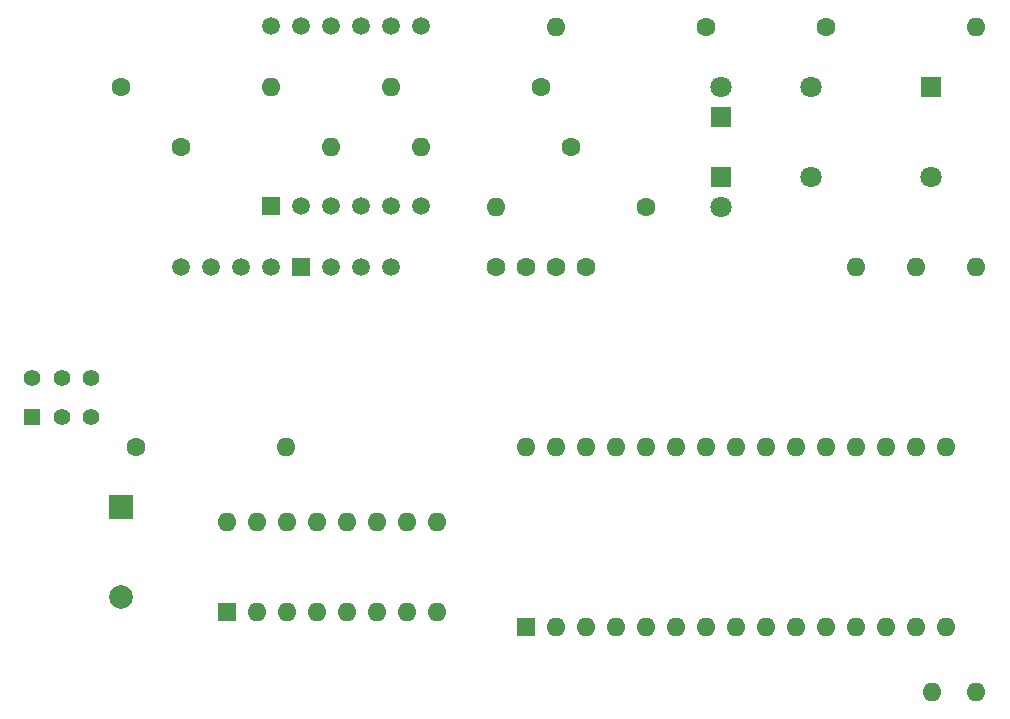
<source format=gbr>
%TF.GenerationSoftware,KiCad,Pcbnew,(6.0.0-0)*%
%TF.CreationDate,2022-01-22T02:39:02+05:30*%
%TF.ProjectId,Schematics,53636865-6d61-4746-9963-732e6b696361,rev?*%
%TF.SameCoordinates,Original*%
%TF.FileFunction,Soldermask,Bot*%
%TF.FilePolarity,Negative*%
%FSLAX46Y46*%
G04 Gerber Fmt 4.6, Leading zero omitted, Abs format (unit mm)*
G04 Created by KiCad (PCBNEW (6.0.0-0)) date 2022-01-22 02:39:02*
%MOMM*%
%LPD*%
G01*
G04 APERTURE LIST*
%ADD10C,1.500000*%
%ADD11R,2.000000X2.000000*%
%ADD12C,2.000000*%
%ADD13O,1.600000X1.600000*%
%ADD14R,1.800000X1.800000*%
%ADD15C,1.800000*%
%ADD16R,1.500000X1.500000*%
%ADD17R,1.600000X1.600000*%
%ADD18C,1.600000*%
%ADD19R,1.400000X1.400000*%
%ADD20C,1.400000*%
G04 APERTURE END LIST*
D10*
%TO.C,*%
X121837425Y-97619027D03*
%TD*%
D11*
%TO.C,BZ1*%
X104057425Y-117939027D03*
D12*
X104057425Y-125539027D03*
%TD*%
D10*
%TO.C,*%
X109137425Y-97619027D03*
%TD*%
%TO.C,*%
X116757425Y-97619027D03*
%TD*%
D13*
%TO.C,*%
X176447425Y-133603547D03*
%TD*%
D10*
%TO.C,*%
X111677425Y-97619027D03*
%TD*%
D14*
%TO.C,D2*%
X154857425Y-84919027D03*
D15*
X154857425Y-82379027D03*
%TD*%
D16*
%TO.C,*%
X119297425Y-97619027D03*
%TD*%
D10*
%TO.C,*%
X114217425Y-97619027D03*
%TD*%
%TO.C,*%
X124377425Y-97619027D03*
%TD*%
%TO.C,*%
X126917425Y-97619027D03*
%TD*%
D17*
%TO.C,A1*%
X138347425Y-128089027D03*
D13*
X140887425Y-128089027D03*
X143427425Y-128089027D03*
X145967425Y-128089027D03*
X148507425Y-128089027D03*
X151047425Y-128089027D03*
X153587425Y-128089027D03*
X156127425Y-128089027D03*
X158667425Y-128089027D03*
X161207425Y-128089027D03*
X163747425Y-128089027D03*
X166287425Y-128089027D03*
X168827425Y-128089027D03*
X171367425Y-128089027D03*
X173907425Y-128089027D03*
X173907425Y-112849027D03*
X171367425Y-112849027D03*
X168827425Y-112849027D03*
X166287425Y-112849027D03*
X163747425Y-112849027D03*
X161207425Y-112849027D03*
X158667425Y-112849027D03*
X156127425Y-112849027D03*
X153587425Y-112849027D03*
X151047425Y-112849027D03*
X148507425Y-112849027D03*
X145967425Y-112849027D03*
X143427425Y-112849027D03*
X140887425Y-112849027D03*
X138347425Y-112849027D03*
%TD*%
D18*
%TO.C,R2*%
X105327425Y-112859027D03*
D13*
X118027425Y-112859027D03*
%TD*%
D18*
%TO.C,*%
X143427425Y-97609027D03*
%TD*%
%TO.C,*%
X140887425Y-97609027D03*
%TD*%
D15*
%TO.C,SW1*%
X162477425Y-82379027D03*
D14*
X172637425Y-82379027D03*
D15*
X162477425Y-89999027D03*
X172637425Y-89999027D03*
%TD*%
D13*
%TO.C,*%
X166287425Y-97609027D03*
%TD*%
D17*
%TO.C,U1*%
X112962425Y-126819027D03*
D13*
X115502425Y-126819027D03*
X118042425Y-126819027D03*
X120582425Y-126819027D03*
X123122425Y-126819027D03*
X125662425Y-126819027D03*
X128202425Y-126819027D03*
X130742425Y-126819027D03*
X130742425Y-119199027D03*
X128202425Y-119199027D03*
X125662425Y-119199027D03*
X123122425Y-119199027D03*
X120582425Y-119199027D03*
X118042425Y-119199027D03*
X115502425Y-119199027D03*
X112962425Y-119199027D03*
%TD*%
%TO.C,*%
X171367425Y-97609027D03*
%TD*%
%TO.C,*%
X176447425Y-97609027D03*
%TD*%
%TO.C,*%
X172720000Y-133603547D03*
%TD*%
D16*
%TO.C,U2*%
X116757425Y-92396527D03*
D10*
X119297425Y-92396527D03*
X121837425Y-92396527D03*
X124377425Y-92396527D03*
X126917425Y-92396527D03*
X129457425Y-92396527D03*
X129457425Y-77156527D03*
X126917425Y-77156527D03*
X124377425Y-77156527D03*
X121837425Y-77156527D03*
X119297425Y-77156527D03*
X116757425Y-77156527D03*
%TD*%
D18*
%TO.C,*%
X138347425Y-97609027D03*
%TD*%
%TO.C,*%
X135807425Y-97609027D03*
%TD*%
D14*
%TO.C,D1*%
X154857425Y-89999027D03*
D15*
X154857425Y-92539027D03*
%TD*%
D18*
%TO.C,R4*%
X153587425Y-77299027D03*
D13*
X140887425Y-77299027D03*
%TD*%
D18*
%TO.C,R1*%
X163747425Y-77299027D03*
D13*
X176447425Y-77299027D03*
%TD*%
D18*
%TO.C,R3*%
X148507425Y-92539027D03*
D13*
X135807425Y-92539027D03*
%TD*%
D19*
%TO.C,SW2*%
X96517425Y-110319027D03*
D20*
X99017425Y-110319027D03*
X101517425Y-110319027D03*
X96517425Y-107019027D03*
X99017425Y-107019027D03*
X101517425Y-107019027D03*
%TD*%
D18*
%TO.C,R6*%
X142157425Y-87459027D03*
D13*
X129457425Y-87459027D03*
%TD*%
D18*
%TO.C,R7*%
X139617425Y-82379027D03*
D13*
X126917425Y-82379027D03*
%TD*%
D18*
%TO.C,R5*%
X109137425Y-87459027D03*
D13*
X121837425Y-87459027D03*
%TD*%
D18*
%TO.C,R8*%
X104057425Y-82379027D03*
D13*
X116757425Y-82379027D03*
%TD*%
M02*

</source>
